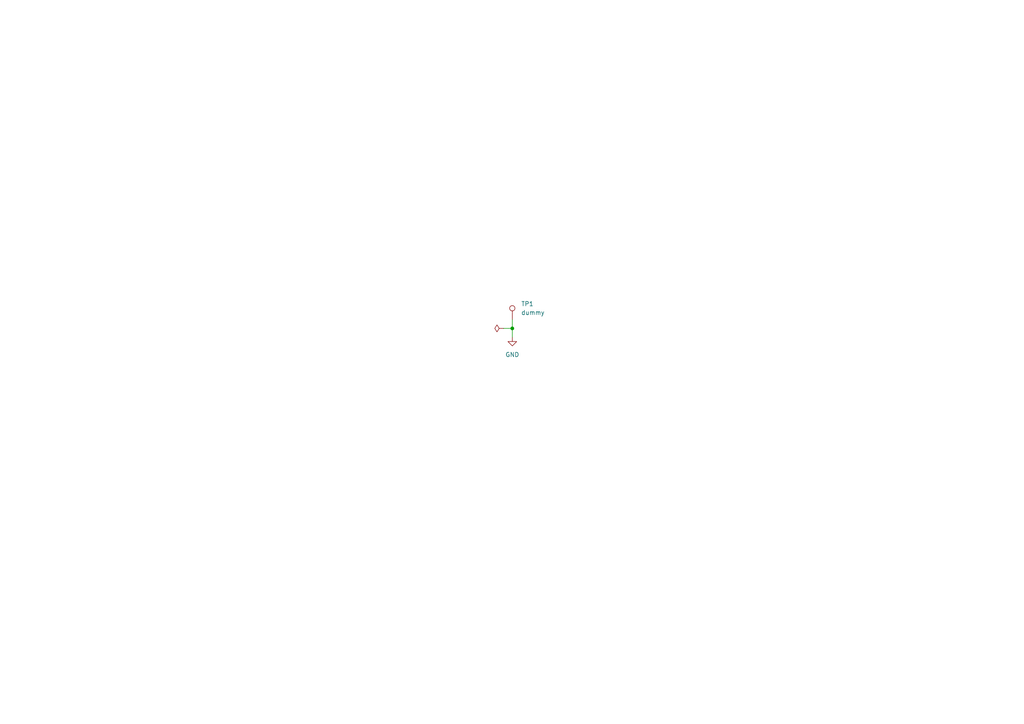
<source format=kicad_sch>
(kicad_sch (version 20211123) (generator eeschema)
  (paper "A4")
  (lib_symbols
    (symbol "Connector:TestPoint" (pin_numbers hide) (pin_names (offset 0.762) hide)
      (property "Reference" "TP" (at 0 6.858 0))
      (property "Value" "TestPoint" (at 0 5.08 0))
      (symbol "TestPoint_0_1"
        (circle (center 0 3.302) (radius 0.762))
      )
      (symbol "TestPoint_1_1"
        (pin passive line (at 0 0 90) (length 2.54) (name "1") (number "1"))
      )
    )
    (symbol "power:GND" (power) (pin_names (offset 0))
      (property "Value" "GND" (at 0 -3.81 0))
      (symbol "GND_0_1"
        (polyline (pts (xy 0 0) (xy 0 -1.27) (xy 1.27 -1.27) (xy 0 -2.54) (xy -1.27 -1.27) (xy 0 -1.27)))
      )
      (symbol "GND_1_1"
        (pin power_in line (at 0 0 270) (length 0) hide (name "GND") (number "1"))
      )
    )
    (symbol "power:PWR_FLAG" (power) (pin_numbers hide) (pin_names (offset 0) hide)
      (property "Value" "PWR_FLAG" (at 0 3.81 0))
      (symbol "PWR_FLAG_0_0"
        (pin power_out line (at 0 0 90) (length 0) (name "pwr") (number "1"))
      )
      (symbol "PWR_FLAG_0_1"
        (polyline (pts (xy 0 0) (xy 0 1.27) (xy -1.016 1.905) (xy 0 2.54) (xy 1.016 1.905) (xy 0 1.27)))
      )
    )
  )
  (junction (at 148.59 95.25))
  (wire (pts (xy 146.05 95.25) (xy 148.59 95.25)))
  (wire (pts (xy 148.59 95.25) (xy 148.59 97.79)))
  (wire (pts (xy 148.59 95.25) (xy 148.59 92.71)))
  (symbol (lib_id "power:GND") (at 148.59 97.79 0) (unit 1)
    (property "Reference" "#PWR?" (effects hide))
    (property "Value" "GND" (at 148.59 102.87 0))
  )
  (symbol (lib_id "power:PWR_FLAG") (at 146.05 95.25 90) (unit 1)
    (property "Reference" "#FLG?" (effects hide))
    (property "Value" "PWR_FLAG" (effects hide))
  )
  (symbol (lib_id "Connector:TestPoint") (at 148.59 92.71 0) (unit 1)
    (property "Reference" "TP1" (at 151.13 88.1379 0) (effects (justify left)))
    (property "Value" "dummy" (at 151.13 90.6779 0) (effects (justify left)))
    (property "Footprint" "TestPoint:TestPoint_Keystone_5000-5004_Miniature" (effects hide))
  )
)
</source>
